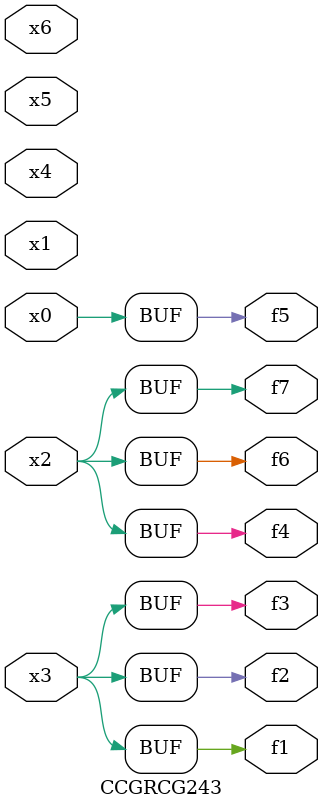
<source format=v>
module CCGRCG243(
	input x0, x1, x2, x3, x4, x5, x6,
	output f1, f2, f3, f4, f5, f6, f7
);
	assign f1 = x3;
	assign f2 = x3;
	assign f3 = x3;
	assign f4 = x2;
	assign f5 = x0;
	assign f6 = x2;
	assign f7 = x2;
endmodule

</source>
